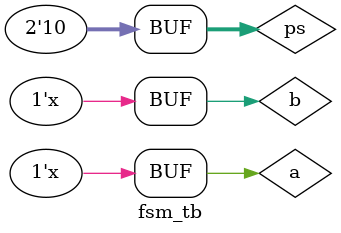
<source format=sv>
module fsm_tb;
    reg a, b;
    reg [1:0] ps;
    wire [1:0] ns;
    wire y;

    fsm dut (a, b, ps, ns, y);

    initial begin
        ps = 2'b00; a = 0; b = 1'bx;
        #10 ps = 2'b00; a = 1; b = 1'bx;
        #10 ps = 2'b01; a = 1'bx; b = 1'b0;
        #10 ps = 2'b01; a = 1'bx; b = 1'b1;
        #10 ps = 2'b10; a = 1'bx; b = 1'bx;
    end
endmodule

</source>
